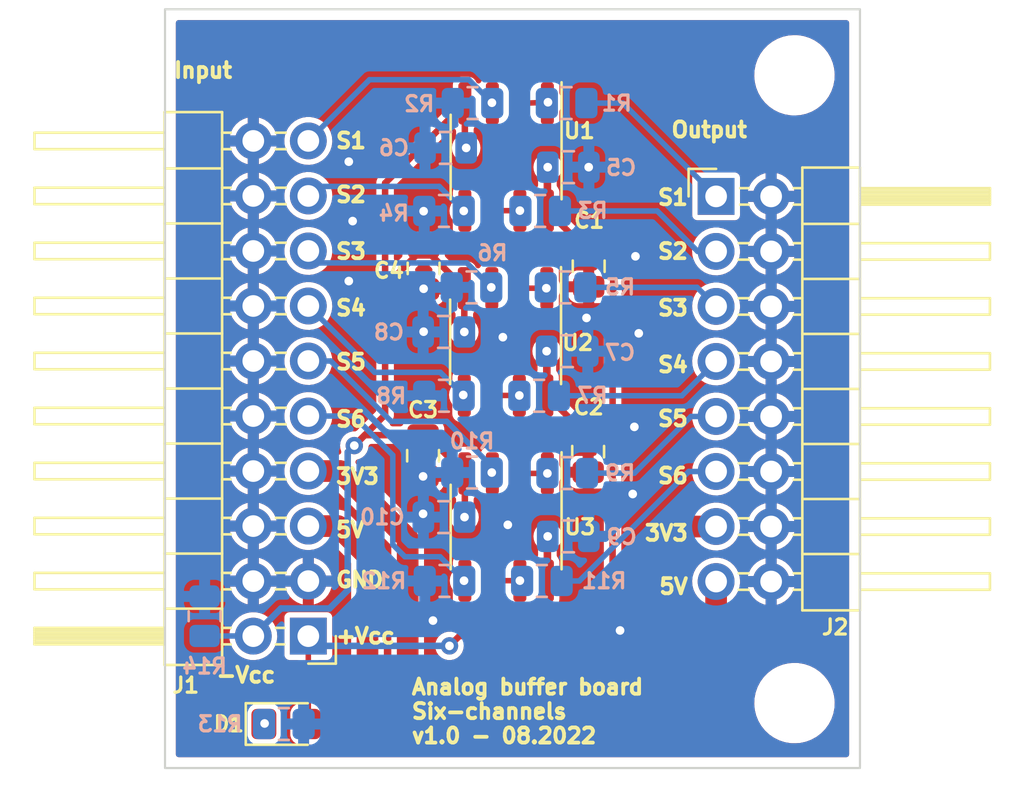
<source format=kicad_pcb>
(kicad_pcb (version 20211014) (generator pcbnew)
  (layers (0 "F.Cu" signal) (31 "B.Cu" signal) (34 "B.Paste" user) (35 "F.Paste" user) (36 "B.SilkS" user "B.Silkscreen") (37 "F.SilkS" user "F.Silkscreen") (38 "B.Mask" user) (39 "F.Mask" user) (44 "Edge.Cuts" user))
  (net 0 "")
  (net 1 "+VCC")
  (net 2 "GND")
  (net 3 "-VCC")
  (net 4 "Net-(D1-Pad1)")
  (net 5 "/S1o")
  (net 6 "/S2o")
  (net 7 "/S3o")
  (net 8 "/S4o")
  (net 9 "/S5o")
  (net 10 "/S6o")
  (net 11 "+3V3")
  (net 12 "+5V")
  (net 13 "/S6i")
  (net 14 "/S5i")
  (net 15 "/S4i")
  (net 16 "/S3i")
  (net 17 "/S2i")
  (net 18 "/S1i")
  (net 19 "Net-(R1-Pad1)")
  (net 20 "Net-(R3-Pad1)")
  (net 21 "Net-(R5-Pad1)")
  (net 22 "Net-(R7-Pad1)")
  (net 23 "Net-(R9-Pad1)")
  (net 24 "Net-(R11-Pad1)")
  (footprint "Package_SO:SOIC-8_3.9x4.9mm_P1.27mm" (layer "F.Cu") (at 68.1717 48.0934 -90)
    (fp_text reference "U2" (at 0.0396 -3.3293) (layer "F.SilkS") (effects (font (size 0.7 0.7))))
    (fp_text value "Opamp_Dual")
    (pad "1" smd roundrect (at -2.475 -1.905 270) (size 1.95 0.6) (layers "F.Cu" "F.Paste" "F.Mask") (net 21 "Net-(R5-Pad1)"))
    (pad "2" smd roundrect (at -2.475 -0.635 270) (size 1.95 0.6) (layers "F.Cu" "F.Paste" "F.Mask") (net 21 "Net-(R5-Pad1)"))
    (pad "3" smd roundrect (at -2.475 0.635 270) (size 1.95 0.6) (layers "F.Cu" "F.Paste" "F.Mask") (net 16 "/S3i"))
    (pad "4" smd roundrect (at -2.475 1.905 270) (size 1.95 0.6) (layers "F.Cu" "F.Paste" "F.Mask") (net 3 "-VCC"))
    (pad "5" smd roundrect (at 2.475 1.905 270) (size 1.95 0.6) (layers "F.Cu" "F.Paste" "F.Mask") (net 15 "/S4i"))
    (pad "6" smd roundrect (at 2.475 0.635 270) (size 1.95 0.6) (layers "F.Cu" "F.Paste" "F.Mask") (net 22 "Net-(R7-Pad1)"))
    (pad "7" smd roundrect (at 2.475 -0.635 270) (size 1.95 0.6) (layers "F.Cu" "F.Paste" "F.Mask") (net 22 "Net-(R7-Pad1)"))
    (pad "8" smd roundrect (at 2.475 -1.905 270) (size 1.95 0.6) (layers "F.Cu" "F.Paste" "F.Mask") (net 1 "+VCC"))
  )
  (footprint "MountingHole:MountingHole_3.2mm_M3" (layer "F.Cu") (at 81.5086 35.7886)
    (fp_text reference "REF**" hide)
    (fp_text value "MountingHole_3.2mm_M3")
    (pad "" np_thru_hole circle locked (at 0 0) (size 3.2 3.2) (drill 3.2) (layers *.Cu *.Mask))
  )
  (footprint "Capacitor_SMD:C_0805_2012Metric" (layer "F.Cu") (at 72.009 44.6024 -90)
    (fp_text reference "C1" (at -2.1082 -0.0254 180) (layer "F.SilkS") (effects (font (size 0.7 0.7))))
    (fp_text value "10uF")
    (pad "1" smd roundrect (at -0.95 0 270) (size 1 1.45) (layers "F.Cu" "F.Paste" "F.Mask") (net 1 "+VCC"))
    (pad "2" smd roundrect (at 0.95 0 270) (size 1 1.45) (layers "F.Cu" "F.Paste" "F.Mask") (net 2 "GND"))
  )
  (footprint "Connector_PinHeader_2.54mm:PinHeader_2x10_P2.54mm_Horizontal" (layer "F.Cu") (at 59.0662 61.6789 180)
    (fp_text reference "J1" (at 5.655 -2.27) (layer "F.SilkS") (effects (font (size 0.7 0.7))))
    (fp_text value "Conn_02x10_Odd_Even")
    (pad "1" thru_hole rect (at 0 0 180) (size 1.7 1.7) (drill 1) (layers *.Cu *.Mask) (net 1 "+VCC"))
    (pad "2" thru_hole oval (at 2.54 0 180) (size 1.7 1.7) (drill 1) (layers *.Cu *.Mask) (net 3 "-VCC"))
    (pad "3" thru_hole oval (at 0 2.54 180) (size 1.7 1.7) (drill 1) (layers *.Cu *.Mask) (net 2 "GND"))
    (pad "4" thru_hole oval (at 2.54 2.54 180) (size 1.7 1.7) (drill 1) (layers *.Cu *.Mask) (net 2 "GND"))
    (pad "5" thru_hole oval (at 0 5.08 180) (size 1.7 1.7) (drill 1) (layers *.Cu *.Mask) (net 12 "+5V"))
    (pad "6" thru_hole oval (at 2.54 5.08 180) (size 1.7 1.7) (drill 1) (layers *.Cu *.Mask) (net 2 "GND"))
    (pad "7" thru_hole oval (at 0 7.62 180) (size 1.7 1.7) (drill 1) (layers *.Cu *.Mask) (net 11 "+3V3"))
    (pad "8" thru_hole oval (at 2.54 7.62 180) (size 1.7 1.7) (drill 1) (layers *.Cu *.Mask) (net 2 "GND"))
    (pad "9" thru_hole oval (at 0 10.16 180) (size 1.7 1.7) (drill 1) (layers *.Cu *.Mask) (net 13 "/S6i"))
    (pad "10" thru_hole oval (at 2.54 10.16 180) (size 1.7 1.7) (drill 1) (layers *.Cu *.Mask) (net 2 "GND"))
    (pad "11" thru_hole oval (at 0 12.7 180) (size 1.7 1.7) (drill 1) (layers *.Cu *.Mask) (net 14 "/S5i"))
    (pad "12" thru_hole oval (at 2.54 12.7 180) (size 1.7 1.7) (drill 1) (layers *.Cu *.Mask) (net 2 "GND"))
    (pad "13" thru_hole oval (at 0 15.24 180) (size 1.7 1.7) (drill 1) (layers *.Cu *.Mask) (net 15 "/S4i"))
    (pad "14" thru_hole oval (at 2.54 15.24 180) (size 1.7 1.7) (drill 1) (layers *.Cu *.Mask) (net 2 "GND"))
    (pad "15" thru_hole oval (at 0 17.78 180) (size 1.7 1.7) (drill 1) (layers *.Cu *.Mask) (net 16 "/S3i"))
    (pad "16" thru_hole oval (at 2.54 17.78 180) (size 1.7 1.7) (drill 1) (layers *.Cu *.Mask) (net 2 "GND"))
    (pad "17" thru_hole oval (at 0 20.32 180) (size 1.7 1.7) (drill 1) (layers *.Cu *.Mask) (net 17 "/S2i"))
    (pad "18" thru_hole oval (at 2.54 20.32 180) (size 1.7 1.7) (drill 1) (layers *.Cu *.Mask) (net 2 "GND"))
    (pad "19" thru_hole oval (at 0 22.86 180) (size 1.7 1.7) (drill 1) (layers *.Cu *.Mask) (net 18 "/S1i"))
    (pad "20" thru_hole oval (at 2.54 22.86 180) (size 1.7 1.7) (drill 1) (layers *.Cu *.Mask) (net 2 "GND"))
  )
  (footprint "Capacitor_SMD:C_0805_2012Metric" (layer "F.Cu") (at 71.9836 53.1622 -90)
    (fp_text reference "C2" (at -2.0574 -0.0254 180) (layer "F.SilkS") (effects (font (size 0.7 0.7))))
    (fp_text value "10uF")
    (pad "1" smd roundrect (at -0.95 0 270) (size 1 1.45) (layers "F.Cu" "F.Paste" "F.Mask") (net 1 "+VCC"))
    (pad "2" smd roundrect (at 0.95 0 270) (size 1 1.45) (layers "F.Cu" "F.Paste" "F.Mask") (net 2 "GND"))
  )
  (footprint "Capacitor_SMD:C_0805_2012Metric" (layer "F.Cu") (at 64.3636 53.3502 90)
    (fp_text reference "C3" (at 2.1184 0 180) (layer "F.SilkS") (effects (font (size 0.7 0.7))))
    (fp_text value "10uF")
    (pad "1" smd roundrect (at -0.95 0 90) (size 1 1.45) (layers "F.Cu" "F.Paste" "F.Mask") (net 2 "GND"))
    (pad "2" smd roundrect (at 0.95 0 90) (size 1 1.45) (layers "F.Cu" "F.Paste" "F.Mask") (net 3 "-VCC"))
  )
  (footprint "Package_SO:SOIC-8_3.9x4.9mm_P1.27mm" (layer "F.Cu") (at 68.1971 39.562 -90)
    (fp_text reference "U1" (at -1.208 -3.3801) (layer "F.SilkS") (effects (font (size 0.7 0.7))))
    (fp_text value "Opamp_Dual")
    (pad "1" smd roundrect (at -2.475 -1.905 270) (size 1.95 0.6) (layers "F.Cu" "F.Paste" "F.Mask") (net 19 "Net-(R1-Pad1)"))
    (pad "2" smd roundrect (at -2.475 -0.635 270) (size 1.95 0.6) (layers "F.Cu" "F.Paste" "F.Mask") (net 19 "Net-(R1-Pad1)"))
    (pad "3" smd roundrect (at -2.475 0.635 270) (size 1.95 0.6) (layers "F.Cu" "F.Paste" "F.Mask") (net 18 "/S1i"))
    (pad "4" smd roundrect (at -2.475 1.905 270) (size 1.95 0.6) (layers "F.Cu" "F.Paste" "F.Mask") (net 3 "-VCC"))
    (pad "5" smd roundrect (at 2.475 1.905 270) (size 1.95 0.6) (layers "F.Cu" "F.Paste" "F.Mask") (net 17 "/S2i"))
    (pad "6" smd roundrect (at 2.475 0.635 270) (size 1.95 0.6) (layers "F.Cu" "F.Paste" "F.Mask") (net 20 "Net-(R3-Pad1)"))
    (pad "7" smd roundrect (at 2.475 -0.635 270) (size 1.95 0.6) (layers "F.Cu" "F.Paste" "F.Mask") (net 20 "Net-(R3-Pad1)"))
    (pad "8" smd roundrect (at 2.475 -1.905 270) (size 1.95 0.6) (layers "F.Cu" "F.Paste" "F.Mask") (net 1 "+VCC"))
  )
  (footprint "Package_SO:SOIC-8_3.9x4.9mm_P1.27mm" (layer "F.Cu") (at 68.1971 56.642 -90)
    (fp_text reference "U3" (at 0 -3.4055 180) (layer "F.SilkS") (effects (font (size 0.7 0.7))))
    (fp_text value "Opamp_Dual")
    (pad "1" smd roundrect (at -2.475 -1.905 270) (size 1.95 0.6) (layers "F.Cu" "F.Paste" "F.Mask") (net 23 "Net-(R9-Pad1)"))
    (pad "2" smd roundrect (at -2.475 -0.635 270) (size 1.95 0.6) (layers "F.Cu" "F.Paste" "F.Mask") (net 23 "Net-(R9-Pad1)"))
    (pad "3" smd roundrect (at -2.475 0.635 270) (size 1.95 0.6) (layers "F.Cu" "F.Paste" "F.Mask") (net 14 "/S5i"))
    (pad "4" smd roundrect (at -2.475 1.905 270) (size 1.95 0.6) (layers "F.Cu" "F.Paste" "F.Mask") (net 3 "-VCC"))
    (pad "5" smd roundrect (at 2.475 1.905 270) (size 1.95 0.6) (layers "F.Cu" "F.Paste" "F.Mask") (net 13 "/S6i"))
    (pad "6" smd roundrect (at 2.475 0.635 270) (size 1.95 0.6) (layers "F.Cu" "F.Paste" "F.Mask") (net 24 "Net-(R11-Pad1)"))
    (pad "7" smd roundrect (at 2.475 -0.635 270) (size 1.95 0.6) (layers "F.Cu" "F.Paste" "F.Mask") (net 24 "Net-(R11-Pad1)"))
    (pad "8" smd roundrect (at 2.475 -1.905 270) (size 1.95 0.6) (layers "F.Cu" "F.Paste" "F.Mask") (net 1 "+VCC"))
  )
  (footprint "MountingHole:MountingHole_3.2mm_M3" (layer "F.Cu") (at 81.5086 64.77)
    (fp_text reference "REF**" hide)
    (fp_text value "MountingHole_3.2mm_M3")
    (pad "" np_thru_hole circle locked (at 0 0) (size 3.2 3.2) (drill 3.2) (layers *.Cu *.Mask))
  )
  (footprint "LED_SMD:LED_0805_2012Metric_Pad1.15x1.40mm_HandSolder" (layer "F.Cu") (at 58.039 65.7352)
    (fp_text reference "D1" (at -2.6416 0) (layer "F.SilkS") (effects (font (size 0.7 0.7))))
    (fp_text value "LED")
    (pad "1" smd roundrect (at -1.025 0) (size 1.15 1.4) (layers "F.Cu" "F.Paste" "F.Mask") (roundrect_rratio 0.2173913043) (net 4 "Net-(D1-Pad1)"))
    (pad "2" smd roundrect (at 1.025 0) (size 1.15 1.4) (layers "F.Cu" "F.Paste" "F.Mask") (roundrect_rratio 0.2173913043) (net 1 "+VCC"))
  )
  (footprint "Connector_PinHeader_2.54mm:PinHeader_2x08_P2.54mm_Horizontal" (layer "F.Cu") (at 77.8906 41.3789)
    (fp_text reference "J2" (at 5.4976 19.8859) (layer "F.SilkS") (effects (font (size 0.7 0.7))))
    (fp_text value "Conn_02x08_Odd_Even")
    (pad "1" thru_hole rect (at 0 0) (size 1.7 1.7) (drill 1) (layers *.Cu *.Mask) (net 5 "/S1o"))
    (pad "2" thru_hole oval (at 2.54 0) (size 1.7 1.7) (drill 1) (layers *.Cu *.Mask) (net 2 "GND"))
    (pad "3" thru_hole oval (at 0 2.54) (size 1.7 1.7) (drill 1) (layers *.Cu *.Mask) (net 6 "/S2o"))
    (pad "4" thru_hole oval (at 2.54 2.54) (size 1.7 1.7) (drill 1) (layers *.Cu *.Mask) (net 2 "GND"))
    (pad "5" thru_hole oval (at 0 5.08) (size 1.7 1.7) (drill 1) (layers *.Cu *.Mask) (net 7 "/S3o"))
    (pad "6" thru_hole oval (at 2.54 5.08) (size 1.7 1.7) (drill 1) (layers *.Cu *.Mask) (net 2 "GND"))
    (pad "7" thru_hole oval (at 0 7.62) (size 1.7 1.7) (drill 1) (layers *.Cu *.Mask) (net 8 "/S4o"))
    (pad "8" thru_hole oval (at 2.54 7.62) (size 1.7 1.7) (drill 1) (layers *.Cu *.Mask) (net 2 "GND"))
    (pad "9" thru_hole oval (at 0 10.16) (size 1.7 1.7) (drill 1) (layers *.Cu *.Mask) (net 9 "/S5o"))
    (pad "10" thru_hole oval (at 2.54 10.16) (size 1.7 1.7) (drill 1) (layers *.Cu *.Mask) (net 2 "GND"))
    (pad "11" thru_hole oval (at 0 12.7) (size 1.7 1.7) (drill 1) (layers *.Cu *.Mask) (net 10 "/S6o"))
    (pad "12" thru_hole oval (at 2.54 12.7) (size 1.7 1.7) (drill 1) (layers *.Cu *.Mask) (net 2 "GND"))
    (pad "13" thru_hole oval (at 0 15.24) (size 1.7 1.7) (drill 1) (layers *.Cu *.Mask) (net 11 "+3V3"))
    (pad "14" thru_hole oval (at 2.54 15.24) (size 1.7 1.7) (drill 1) (layers *.Cu *.Mask) (net 2 "GND"))
    (pad "15" thru_hole oval (at 0 17.78) (size 1.7 1.7) (drill 1) (layers *.Cu *.Mask) (net 12 "+5V"))
    (pad "16" thru_hole oval (at 2.54 17.78) (size 1.7 1.7) (drill 1) (layers *.Cu *.Mask) (net 2 "GND"))
  )
  (footprint "Capacitor_SMD:C_0805_2012Metric" (layer "F.Cu") (at 64.389 44.704 90)
    (fp_text reference "C4" (at -0.1016 -1.6002 180) (layer "F.SilkS") (effects (font (size 0.7 0.7))))
    (fp_text value "10uF")
    (pad "1" smd roundrect (at -0.95 0 90) (size 1 1.45) (layers "F.Cu" "F.Paste" "F.Mask") (net 2 "GND"))
    (pad "2" smd roundrect (at 0.95 0 90) (size 1 1.45) (layers "F.Cu" "F.Paste" "F.Mask") (net 3 "-VCC"))
  )
  (footprint "Capacitor_SMD:C_0805_2012Metric" (layer "B.Cu") (at 71.0673 57.0738)
    (fp_text reference "C9" (at 2.4657 0.0254) (layer "B.SilkS") (effects (font (size 0.7 0.7)) (justify mirror)))
    (fp_text value "100nF")
    (pad "1" smd roundrect (at -0.95 0) (size 1 1.45) (layers "B.Cu" "B.Paste" "B.Mask") (net 1 "+VCC"))
    (pad "2" smd roundrect (at 0.95 0) (size 1 1.45) (layers "B.Cu" "B.Paste" "B.Mask") (net 2 "GND"))
  )
  (footprint "Resistor_SMD:R_0805_2012Metric" (layer "B.Cu") (at 71.0165 54.1528)
    (fp_text reference "R9" (at 2.4403 0) (layer "B.SilkS") (effects (font (size 0.7 0.7)) (justify mirror)))
    (fp_text value "0R")
    (pad "1" smd roundrect (at -0.9125 0) (size 1.025 1.4) (layers "B.Cu" "B.Paste" "B.Mask") (roundrect_rratio 0.243902439) (net 23 "Net-(R9-Pad1)"))
    (pad "2" smd roundrect (at 0.9125 0) (size 1.025 1.4) (layers "B.Cu" "B.Paste" "B.Mask") (roundrect_rratio 0.243902439) (net 9 "/S5o"))
  )
  (footprint "Resistor_SMD:R_0805_2012Metric" (layer "B.Cu") (at 70.9892 37.0728)
    (fp_text reference "R1" (at 2.3152 0.0112) (layer "B.SilkS") (effects (font (size 0.7 0.7)) (justify mirror)))
    (fp_text value "0R")
    (pad "1" smd roundrect (at -0.9125 0) (size 1.025 1.4) (layers "B.Cu" "B.Paste" "B.Mask") (roundrect_rratio 0.243902439) (net 19 "Net-(R1-Pad1)"))
    (pad "2" smd roundrect (at 0.9125 0) (size 1.025 1.4) (layers "B.Cu" "B.Paste" "B.Mask") (roundrect_rratio 0.243902439) (net 5 "/S1o"))
  )
  (footprint "Resistor_SMD:R_0805_2012Metric" (layer "B.Cu") (at 70.9403 45.5788)
    (fp_text reference "R5" (at 2.5165 -0.0112) (layer "B.SilkS") (effects (font (size 0.7 0.7)) (justify mirror)))
    (fp_text value "0R")
    (pad "1" smd roundrect (at -0.9125 0) (size 1.025 1.4) (layers "B.Cu" "B.Paste" "B.Mask") (roundrect_rratio 0.243902439) (net 21 "Net-(R5-Pad1)"))
    (pad "2" smd roundrect (at 0.9125 0) (size 1.025 1.4) (layers "B.Cu" "B.Paste" "B.Mask") (roundrect_rratio 0.243902439) (net 7 "/S3o"))
  )
  (footprint "Resistor_SMD:R_0805_2012Metric" (layer "B.Cu") (at 65.3288 42.0512)
    (fp_text reference "R4" (at -2.3114 0.1128) (layer "B.SilkS") (effects (font (size 0.7 0.7)) (justify mirror)))
    (fp_text value "TBD")
    (pad "1" smd roundrect (at -0.9125 0) (size 1.025 1.4) (layers "B.Cu" "B.Paste" "B.Mask") (roundrect_rratio 0.243902439) (net 2 "GND"))
    (pad "2" smd roundrect (at 0.9125 0) (size 1.025 1.4) (layers "B.Cu" "B.Paste" "B.Mask") (roundrect_rratio 0.243902439) (net 17 "/S2i"))
  )
  (footprint "Capacitor_SMD:C_0805_2012Metric" (layer "B.Cu") (at 71.0165 48.5252)
    (fp_text reference "C7" (at 2.4403 0.065) (layer "B.SilkS") (effects (font (size 0.7 0.7)) (justify mirror)))
    (fp_text value "100nF")
    (pad "1" smd roundrect (at -0.95 0) (size 1 1.45) (layers "B.Cu" "B.Paste" "B.Mask") (net 1 "+VCC"))
    (pad "2" smd roundrect (at 0.95 0) (size 1 1.45) (layers "B.Cu" "B.Paste" "B.Mask") (net 2 "GND"))
  )
  (footprint "Resistor_SMD:R_0805_2012Metric" (layer "B.Cu") (at 65.3269 50.5826)
    (fp_text reference "R8" (at -2.4365 0.0142) (layer "B.SilkS") (effects (font (size 0.7 0.7)) (justify mirror)))
    (fp_text value "TBD")
    (pad "1" smd roundrect (at -0.9125 0) (size 1.025 1.4) (layers "B.Cu" "B.Paste" "B.Mask") (roundrect_rratio 0.243902439) (net 2 "GND"))
    (pad "2" smd roundrect (at 0.9125 0) (size 1.025 1.4) (layers "B.Cu" "B.Paste" "B.Mask") (roundrect_rratio 0.243902439) (net 15 "/S4i"))
  )
  (footprint "Capacitor_SMD:C_0805_2012Metric" (layer "B.Cu") (at 65.4031 39.1414 180)
    (fp_text reference "C6" (at 2.3857 0) (layer "B.SilkS") (effects (font (size 0.7 0.7)) (justify mirror)))
    (fp_text value "100nF")
    (pad "1" smd roundrect (at -0.95 0 180) (size 1 1.45) (layers "B.Cu" "B.Paste" "B.Mask") (net 3 "-VCC"))
    (pad "2" smd roundrect (at 0.95 0 180) (size 1 1.45) (layers "B.Cu" "B.Paste" "B.Mask") (net 2 "GND"))
  )
  (footprint "Resistor_SMD:R_0805_2012Metric" (layer "B.Cu") (at 66.6223 54.1274)
    (fp_text reference "R10" (at 0.0019 -1.4478) (layer "B.SilkS") (effects (font (size 0.7 0.7)) (justify mirror)))
    (fp_text value "TBD")
    (pad "1" smd roundrect (at -0.9125 0) (size 1.025 1.4) (layers "B.Cu" "B.Paste" "B.Mask") (roundrect_rratio 0.243902439) (net 2 "GND"))
    (pad "2" smd roundrect (at 0.9125 0) (size 1.025 1.4) (layers "B.Cu" "B.Paste" "B.Mask") (roundrect_rratio 0.243902439) (net 14 "/S5i"))
  )
  (footprint "Resistor_SMD:R_0805_2012Metric" (layer "B.Cu") (at 69.77 42.0512)
    (fp_text reference "R3" (at 2.4168 -0.0142) (layer "B.SilkS") (effects (font (size 0.7 0.7)) (justify mirror)))
    (fp_text value "0R")
    (pad "1" smd roundrect (at -0.9125 0) (size 1.025 1.4) (layers "B.Cu" "B.Paste" "B.Mask") (roundrect_rratio 0.243902439) (net 20 "Net-(R3-Pad1)"))
    (pad "2" smd roundrect (at 0.9125 0) (size 1.025 1.4) (layers "B.Cu" "B.Paste" "B.Mask") (roundrect_rratio 0.243902439) (net 6 "/S2o"))
  )
  (footprint "Capacitor_SMD:C_0805_2012Metric" (layer "B.Cu") (at 65.3269 56.1848 180)
    (fp_text reference "C10" (at 2.8429 0) (layer "B.SilkS") (effects (font (size 0.7 0.7)) (justify mirror)))
    (fp_text value "100nF")
    (pad "1" smd roundrect (at -0.95 0 180) (size 1 1.45) (layers "B.Cu" "B.Paste" "B.Mask") (net 3 "-VCC"))
    (pad "2" smd roundrect (at 0.95 0 180) (size 1 1.45) (layers "B.Cu" "B.Paste" "B.Mask") (net 2 "GND"))
  )
  (footprint "Resistor_SMD:R_0805_2012Metric" (layer "B.Cu") (at 69.8481 59.1312)
    (fp_text reference "R11" (at 2.8721 0) (layer "B.SilkS") (effects (font (size 0.7 0.7)) (justify mirror)))
    (fp_text value "0R")
    (pad "1" smd roundrect (at -0.9125 0) (size 1.025 1.4) (layers "B.Cu" "B.Paste" "B.Mask") (roundrect_rratio 0.243902439) (net 24 "Net-(R11-Pad1)"))
    (pad "2" smd roundrect (at 0.9125 0) (size 1.025 1.4) (layers "B.Cu" "B.Paste" "B.Mask") (roundrect_rratio 0.243902439) (net 10 "/S6o"))
  )
  (footprint "Resistor_SMD:R_0805_2012Metric" (layer "B.Cu") (at 66.5988 45.5788)
    (fp_text reference "R6" (at 0.9652 -1.586) (layer "B.SilkS") (effects (font (size 0.7 0.7)) (justify mirror)))
    (fp_text value "TBD")
    (pad "1" smd roundrect (at -0.9125 0) (size 1.025 1.4) (layers "B.Cu" "B.Paste" "B.Mask") (roundrect_rratio 0.243902439) (net 2 "GND"))
    (pad "2" smd roundrect (at 0.9125 0) (size 1.025 1.4) (layers "B.Cu" "B.Paste" "B.Mask") (roundrect_rratio 0.243902439) (net 16 "/S3i"))
  )
  (footprint "Resistor_SMD:R_0805_2012Metric" (layer "B.Cu") (at 57.9374 65.7352)
    (fp_text reference "R13" (at -2.9464 0) (layer "B.SilkS") (effects (font (size 0.7 0.7)) (justify mirror)))
    (fp_text value "TBD")
    (pad "1" smd roundrect (at -0.9125 0) (size 1.025 1.4) (layers "B.Cu" "B.Paste" "B.Mask") (roundrect_rratio 0.243902439) (net 4 "Net-(D1-Pad1)"))
    (pad "2" smd roundrect (at 0.9125 0) (size 1.025 1.4) (layers "B.Cu" "B.Paste" "B.Mask") (roundrect_rratio 0.243902439) (net 2 "GND"))
  )
  (footprint "Capacitor_SMD:C_0805_2012Metric" (layer "B.Cu") (at 71.0673 40.0304)
    (fp_text reference "C5" (at 2.4403 0.0254) (layer "B.SilkS") (effects (font (size 0.7 0.7)) (justify mirror)))
    (fp_text value "100nF")
    (pad "1" smd roundrect (at -0.95 0) (size 1 1.45) (layers "B.Cu" "B.Paste" "B.Mask") (net 1 "+VCC"))
    (pad "2" smd roundrect (at 0.95 0) (size 1 1.45) (layers "B.Cu" "B.Paste" "B.Mask") (net 2 "GND"))
  )
  (footprint "Resistor_SMD:R_0805_2012Metric" (layer "B.Cu") (at 65.3523 59.1312)
    (fp_text reference "R12" (at -2.7921 0) (layer "B.SilkS") (effects (font (size 0.7 0.7)) (justify mirror)))
    (fp_text value "TBD")
    (pad "1" smd roundrect (at -0.9125 0) (size 1.025 1.4) (layers "B.Cu" "B.Paste" "B.Mask") (roundrect_rratio 0.243902439) (net 2 "GND"))
    (pad "2" smd roundrect (at 0.9125 0) (size 1.025 1.4) (layers "B.Cu" "B.Paste" "B.Mask") (roundrect_rratio 0.243902439) (net 13 "/S6i"))
  )
  (footprint "Resistor_SMD:R_0805_2012Metric" (layer "B.Cu") (at 69.7211 50.5826)
    (fp_text reference "R7" (at 2.4657 -0.0112) (layer "B.SilkS") (effects (font (size 0.7 0.7)) (justify mirror)))
    (fp_text value "0R")
    (pad "1" smd roundrect (at -0.9125 0) (size 1.025 1.4) (layers "B.Cu" "B.Paste" "B.Mask") (roundrect_rratio 0.243902439) (net 22 "Net-(R7-Pad1)"))
    (pad "2" smd roundrect (at 0.9125 0) (size 1.025 1.4) (layers "B.Cu" "B.Paste" "B.Mask") (roundrect_rratio 0.243902439) (net 8 "/S4o"))
  )
  (footprint "Capacitor_SMD:C_0805_2012Metric" (layer "B.Cu") (at 65.3167 47.6362 180)
    (fp_text reference "C8" (at 2.5279 -0.0142) (layer "B.SilkS") (effects (font (size 0.7 0.7)) (justify mirror)))
    (fp_text value "100nF")
    (pad "1" smd roundrect (at -0.95 0 180) (size 1 1.45) (layers "B.Cu" "B.Paste" "B.Mask") (net 3 "-VCC"))
    (pad "2" smd roundrect (at 0.95 0 180) (size 1 1.45) (layers "B.Cu" "B.Paste" "B.Mask") (net 2 "GND"))
  )
  (footprint "Resistor_SMD:R_0805_2012Metric" (layer "B.Cu") (at 54.2798 60.7587 90)
    (fp_text reference "R14" (at -2.3095 0 180) (layer "B.SilkS") (effects (font (size 0.7 0.7)) (justify mirror)))
    (fp_text value "DNP")
    (pad "1" smd roundrect (at -0.9125 0 90) (size 1.025 1.4) (layers "B.Cu" "B.Paste" "B.Mask") (roundrect_rratio 0.243902439) (net 3 "-VCC"))
    (pad "2" smd roundrect (at 0.9125 0 90) (size 1.025 1.4) (layers "B.Cu" "B.Paste" "B.Mask") (roundrect_rratio 0.243902439) (net 2 "GND"))
  )
  (footprint "Resistor_SMD:R_0805_2012Metric" (layer "B.Cu") (at 66.6458 37.0728)
    (fp_text reference "R2" (at -2.46 0.0366) (layer "B.SilkS") (effects (font (size 0.7 0.7)) (justify mirror)))
    (fp_text value "TBD")
    (pad "1" smd roundrect (at -0.9125 0) (size 1.025 1.4) (layers "B.Cu" "B.Paste" "B.Mask") (roundrect_rratio 0.243902439) (net 2 "GND"))
    (pad "2" smd roundrect (at 0.9125 0) (size 1.025 1.4) (layers "B.Cu" "B.Paste" "B.Mask") (roundrect_rratio 0.243902439) (net 18 "/S1i"))
  )
  (gr_rect (start 52.451 32.7406) (end 84.5312 67.7672) (layer "Edge.Cuts") (width 0.1) (fill none))
  (gr_text "S3" (at 75.8952 46.5328) (layer "F.SilkS") (effects (font (size 0.7 0.7) (thickness 0.175))))
  (gr_text "3V3" (at 75.5952 56.9214) (layer "F.SilkS") (effects (font (size 0.7 0.7) (thickness 0.175))))
  (gr_text "S5" (at 61.0362 49.022) (layer "F.SilkS") (effects (font (size 0.7 0.7) (thickness 0.175))))
  (gr_text "S5" (at 75.8952 51.6382) (layer "F.SilkS") (effects (font (size 0.7 0.7) (thickness 0.175))))
  (gr_text "S4" (at 61.0362 46.5328) (layer "F.SilkS") (effects (font (size 0.7 0.7) (thickness 0.175))))
  (gr_text "-Vcc" (at 56.1848 63.4746) (layer "F.SilkS") (effects (font (size 0.7 0.7) (thickness 0.175))))
  (gr_text "S2" (at 75.8952 43.9166) (layer "F.SilkS") (effects (font (size 0.7 0.7) (thickness 0.175))))
  (gr_text "Analog buffer board\nSix-channels\nv1.0 - 08.2022" (at 63.754 65.151) (layer "F.SilkS") (effects (font (size 0.7 0.7) (thickness 0.175)) (justify left)))
  (gr_text "3V3" (at 61.3362 54.3052) (layer "F.SilkS") (effects (font (size 0.7 0.7) (thickness 0.175))))
  (gr_text "5V" (at 61.002867 56.769) (layer "F.SilkS") (effects (font (size 0.7 0.7) (thickness 0.175))))
  (gr_text "S6" (at 75.8952 54.2798) (layer "F.SilkS") (effects (font (size 0.7 0.7) (thickness 0.175))))
  (gr_text "S2" (at 61.0362 41.3004) (layer "F.SilkS") (effects (font (size 0.7 0.7) (thickness 0.175))))
  (gr_text "Output" (at 77.5716 38.3032) (layer "F.SilkS") (effects (font (size 0.7 0.7) (thickness 0.175))))
  (gr_text "GND" (at 61.4362 59.0804) (layer "F.SilkS") (effects (font (size 0.7 0.7) (thickness 0.175))))
  (gr_text "S1" (at 75.8952 41.4274) (layer "F.SilkS") (effects (font (size 0.7 0.7) (thickness 0.175))))
  (gr_text "S4" (at 75.8952 49.149) (layer "F.SilkS") (effects (font (size 0.7 0.7) (thickness 0.175))))
  (gr_text "+Vcc" (at 61.702867 61.6712) (layer "F.SilkS") (effects (font (size 0.7 0.7) (thickness 0.175))))
  (gr_text "S6" (at 61.0362 51.6636) (layer "F.SilkS") (effects (font (size 0.7 0.7) (thickness 0.175))))
  (gr_text "S1" (at 61.0362 38.8112) (layer "F.SilkS") (effects (font (size 0.7 0.7) (thickness 0.175))))
  (gr_text "5V" (at 75.928533 59.3852) (layer "F.SilkS") (effects (font (size 0.7 0.7) (thickness 0.175))))
  (gr_text "Input" (at 54.2036 35.56) (layer "F.SilkS") (effects (font (size 0.7 0.7) (thickness 0.175))))
  (gr_text "S3" (at 61.0362 43.9166) (layer "F.SilkS") (effects (font (size 0.7 0.7) (thickness 0.175))))
  (segment (start 71.7175 43.6524) (end 70.1021 42.037) (width 0.3) (layer "F.Cu") (net 1))
  (segment (start 73.1126 53.4784) (end 73.1126 53.3412) (width 0.3) (layer "F.Cu") (net 1))
  (segment (start 65.5828 62.1284) (end 66.04 61.6712) (width 0.3) (layer "F.Cu") (net 1))
  (segment (start 68.9102 61.6712) (end 70.4596 61.6712) (width 0.3) (layer "F.Cu") (net 1))
  (segment (start 70.1021 60.4793) (end 70.1021 59.117) (width 0.3) (layer "F.Cu") (net 1))
  (segment (start 70.0767 50.5684) (end 70.0767 48.5354) (width 0.35) (layer "F.Cu") (net 1))
  (segment (start 73.1126 53.3412) (end 71.9836 52.2122) (width 0.3) (layer "F.Cu") (net 1))
  (segment (start 66.04 61.6712) (end 68.9102 61.6712) (width 0.3) (layer "F.Cu") (net 1))
  (segment (start 59.0662 65.733) (end 59.0662 61.6789) (width 0.254) (layer "F.Cu") (net 1))
  (segment (start 72.009 43.6524) (end 71.7175 43.6524) (width 0.3) (layer "F.Cu") (net 1))
  (segment (start 73.1126 46.098696) (end 73.138 46.073296) (width 0.3) (layer "F.Cu") (net 1))
  (segment (start 70.1021 59.117) (end 70.1021 57.089) (width 0.35) (layer "F.Cu") (net 1))
  (segment (start 73.1126 53.4784) (end 73.1126 46.098696) (width 0.3) (layer "F.Cu") (net 1))
  (segment (start 70.1021 40.0456) (end 70.1173 40.0304) (width 0.35) (layer "F.Cu") (net 1))
  (segment (start 71.7205 52.2122) (end 70.0767 50.5684) (width 0.3) (layer "F.Cu") (net 1))
  (segment (start 59.064 65.7352) (end 59.0662 65.733) (width 0.254) (layer "F.Cu") (net 1))
  (segment (start 70.4596 61.6712) (end 73.1126 59.0182) (width 0.3) (layer "F.Cu") (net 1))
  (segment (start 70.1021 57.089) (end 70.1173 57.0738) (width 0.35) (layer "F.Cu") (net 1))
  (segment (start 73.138 46.073296) (end 73.138 44.7814) (width 0.3) (layer "F.Cu") (net 1))
  (segment (start 68.9102 61.6712) (end 70.1021 60.4793) (width 0.3) (layer "F.Cu") (net 1))
  (segment (start 71.9836 52.2122) (end 71.7205 52.2122) (width 0.3) (layer "F.Cu") (net 1))
  (segment (start 70.1021 42.037) (end 70.1021 40.0456) (width 0.35) (layer "F.Cu") (net 1))
  (segment (start 73.1126 59.0182) (end 73.1126 53.4784) (width 0.3) (layer "F.Cu") (net 1))
  (segment (start 73.138 44.7814) (end 72.009 43.6524) (width 0.3) (layer "F.Cu") (net 1))
  (segment (start 70.0767 48.5354) (end 70.0665 48.5252) (width 0.35) (layer "F.Cu") (net 1))
  (via (at 70.1173 57.0738) (size 0.8) (drill 0.4) (layers "F.Cu" "B.Cu") (net 1))
  (via (at 65.5828 62.1284) (size 0.8) (drill 0.4) (layers "F.Cu" "B.Cu") (net 1))
  (via (at 70.0665 48.5252) (size 0.8) (drill 0.4) (layers "F.Cu" "B.Cu") (net 1))
  (via (at 70.1173 40.0304) (size 0.8) (drill 0.4) (layers "F.Cu" "B.Cu") (net 1))
  (segment (start 59.5157 62.1284) (end 59.0662 61.6789) (width 0.3) (layer "B.Cu") (net 1))
  (segment (start 65.5828 62.1284) (end 59.5157 62.1284) (width 0.3) (layer "B.Cu") (net 1))
  (via (at 60.9346 39.7764) (size 0.8) (drill 0.4) (layers "F.Cu" "B.Cu") (net 2))
  (via (at 64.3636 56.0324) (size 0.8) (drill 0.4) (layers "F.Cu" "B.Cu") (net 2))
  (via (at 64.389 42.0624) (size 0.8) (drill 0.4) (layers "F.Cu" "B.Cu") (net 2))
  (via (at 64.389 47.625) (size 0.8) (drill 0.4) (layers "F.Cu" "B.Cu") (net 2))
  (via (at 72.009 40.0304) (size 0.8) (drill 0.4) (layers "F.Cu" "B.Cu") (net 2))
  (via (at 61.1124 42.5196) (size 0.8) (drill 0.4) (layers "F.Cu" "B.Cu") (net 2))
  (via (at 73.4568 61.4172) (size 0.8) (drill 0.4) (layers "F.Cu" "B.Cu") (net 2))
  (via (at 68.0466 47.879) (size 0.8) (drill 0.4) (layers "F.Cu" "B.Cu") (net 2))
  (via (at 68.2752 56.5404) (size 0.8) (drill 0.4) (layers "F.Cu" "B.Cu") (net 2))
  (via (at 64.3636 54.3052) (size 0.8) (drill 0.4) (layers "F.Cu" "B.Cu") (net 2))
  (via (at 71.9074 46.99) (size 0.8) (drill 0.4) (layers "F.Cu" "B.Cu") (net 2))
  (via (at 64.8208 60.96) (size 0.8) (drill 0.4) (layers "F.Cu" "B.Cu") (net 2))
  (via (at 64.389 45.6438) (size 0.8) (drill 0.4) (layers "F.Cu" "B.Cu") (net 2))
  (via (at 74.041 55.118) (size 0.8) (drill 0.4) (layers "F.Cu" "B.Cu") (net 2))
  (via (at 74.168 44.1452) (size 0.8) (drill 0.4) (layers "F.Cu" "B.Cu") (net 2))
  (via (at 74.1172 52.0192) (size 0.8) (drill 0.4) (layers "F.Cu" "B.Cu") (net 2))
  (via (at 60.9346 45.2882) (size 0.8) (drill 0.4) (layers "F.Cu" "B.Cu") (net 2))
  (via (at 74.3204 47.7012) (size 0.8) (drill 0.4) (layers "F.Cu" "B.Cu") (net 2))
  (segment (start 64.454 45.5788) (end 64.389 45.6438) (width 0.254) (layer "B.Cu") (net 2))
  (segment (start 65.6863 45.5788) (end 64.454 45.5788) (width 0.254) (layer "B.Cu") (net 2))
  (segment (start 61.1886 52.8828) (end 61.6712 52.4002) (width 0.3) (layer "F.Cu") (net 3))
  (segment (start 61.6712 52.4002) (end 64.3636 52.4002) (width 0.3) (layer "F.Cu") (net 3))
  (segment (start 61.1886 52.8828) (end 62.611 51.4604) (width 0.3) (layer "F.Cu") (net 3))
  (segment (start 66.2921 37.087) (end 66.2921 39.0804) (width 0.3) (layer "F.Cu") (net 3))
  (segment (start 62.611 45.532) (end 64.389 43.754) (width 0.3) (layer "F.Cu") (net 3))
  (segment (start 62.611 40.7681) (end 66.2921 37.087) (width 0.3) (layer "F.Cu") (net 3))
  (segment (start 66.2921 54.167) (end 66.2921 56.1696) (width 0.3) (layer "F.Cu") (net 3))
  (segment (start 66.2667 45.6184) (end 66.2667 47.6362) (width 0.3) (layer "F.Cu") (net 3))
  (segment (start 62.611 45.532) (end 62.611 40.7681) (width 0.3) (layer "F.Cu") (net 3))
  (segment (start 64.4023 43.754) (end 66.2667 45.6184) (width 0.3) (layer "F.Cu") (net 3))
  (segment (start 66.2921 56.1696) (end 66.2769 56.1848) (width 0.3) (layer "F.Cu") (net 3))
  (segment (start 66.2921 39.0804) (end 66.3531 39.1414) (width 0.3) (layer "F.Cu") (net 3))
  (segment (start 64.389 43.754) (end 64.4023 43.754) (width 0.3) (layer "F.Cu") (net 3))
  (segment (start 64.3636 52.4002) (end 64.5253 52.4002) (width 0.3) (layer "F.Cu") (net 3))
  (segment (start 64.5253 52.4002) (end 66.2921 54.167) (width 0.3) (layer "F.Cu") (net 3))
  (segment (start 62.611 51.4604) (end 62.611 45.532) (width 0.3) (layer "F.Cu") (net 3))
  (via (at 66.3531 39.1414) (size 0.8) (drill 0.4) (layers "F.Cu" "B.Cu") (net 3))
  (via (at 61.1886 52.8828) (size 0.8) (drill 0.4) (layers "F.Cu" "B.Cu") (net 3))
  (via (at 66.2769 56.1848) (size 0.8) (drill 0.4) (layers "F.Cu" "B.Cu") (net 3))
  (via (at 66.2667 47.6362) (size 0.8) (drill 0.4) (layers "F.Cu" "B.Cu") (net 3))
  (segment (start 61.1886 52.8828) (end 60.8838 53.1876) (width 0.3) (layer "B.Cu") (net 3))
  (segment (start 56.5185 61.6712) (end 56.5262 61.6789) (width 0.254) (layer "B.Cu") (net 3))
  (segment (start 60.0456 60.4012) (end 57.8039 60.4012) (width 0.3) (layer "B.Cu") (net 3))
  (segment (start 54.2798 61.6712) (end 56.5185 61.6712) (width 0.254) (layer "B.Cu") (net 3))
  (segment (start 57.8039 60.4012) (end 56.5262 61.6789) (width 0.3) (layer "B.Cu") (net 3))
  (segment (start 60.8838 53.1876) (end 60.8838 59.563) (width 0.3) (layer "B.Cu") (net 3))
  (segment (start 60.8838 59.563) (end 60.0456 60.4012) (width 0.3) (layer "B.Cu") (net 3))
  (via (at 57.0484 65.7098) (size 0.8) (drill 0.4) (layers "F.Cu" "B.Cu") (net 4))
  (segment (start 71.9017 37.0728) (end 73.5845 37.0728) (width 0.254) (layer "B.Cu") (net 5))
  (segment (start 73.5845 37.0728) (end 77.8906 41.3789) (width 0.254) (layer "B.Cu") (net 5))
  (segment (start 70.6825 42.0512) (end 75.1728 42.0512) (width 0.254) (layer "B.Cu") (net 6))
  (segment (start 77.0405 43.9189) (end 77.8906 43.9189) (width 0.254) (layer "B.Cu") (net 6))
  (segment (start 75.1728 42.0512) (end 77.0405 43.9189) (width 0.254) (layer "B.Cu") (net 6))
  (segment (start 77.0105 45.5788) (end 77.8906 46.4589) (width 0.254) (layer "B.Cu") (net 7))
  (segment (start 71.8528 45.5788) (end 77.0105 45.5788) (width 0.254) (layer "B.Cu") (net 7))
  (segment (start 76.3069 50.5826) (end 77.8906 48.9989) (width 0.254) (layer "B.Cu") (net 8))
  (segment (start 70.6336 50.5826) (end 76.3069 50.5826) (width 0.254) (layer "B.Cu") (net 8))
  (segment (start 74.1172 54.1528) (end 76.7311 51.5389) (width 0.254) (layer "B.Cu") (net 9))
  (segment (start 76.7311 51.5389) (end 77.8906 51.5389) (width 0.254) (layer "B.Cu") (net 9))
  (segment (start 71.929 54.1528) (end 74.1172 54.1528) (width 0.254) (layer "B.Cu") (net 9))
  (segment (start 71.577269 59.1312) (end 76.629569 54.0789) (width 0.254) (layer "B.Cu") (net 10))
  (segment (start 70.7606 59.1312) (end 71.577269 59.1312) (width 0.254) (layer "B.Cu") (net 10))
  (segment (start 76.629569 54.0789) (end 77.8906 54.0789) (width 0.254) (layer "B.Cu") (net 10))
  (segment (start 63.6524 63.1698) (end 64.6684 64.1858) (width 1) (layer "F.Cu") (net 11))
  (segment (start 64.6684 64.1858) (end 74.2188 64.1858) (width 1) (layer "F.Cu") (net 11))
  (segment (start 75.5396 62.865) (end 75.5396 57.785) (width 1) (layer "F.Cu") (net 11))
  (segment (start 76.7057 56.6189) (end 77.8906 56.6189) (width 1) (layer "F.Cu") (net 11))
  (segment (start 59.0662 54.0589) (end 60.5359 54.0589) (width 1) (layer "F.Cu") (net 11))
  (segment (start 75.5396 57.785) (end 76.7057 56.6189) (width 1) (layer "F.Cu") (net 11))
  (segment (start 60.5359 54.0589) (end 63.6524 57.1754) (width 1) (layer "F.Cu") (net 11))
  (segment (start 74.2188 64.1858) (end 75.5396 62.865) (width 1) (layer "F.Cu") (net 11))
  (segment (start 63.6524 57.1754) (end 63.6524 63.1698) (width 1) (layer "F.Cu") (net 11))
  (segment (start 60.4343 56.5989) (end 61.7982 57.9628) (width 1) (layer "F.Cu") (net 12))
  (segment (start 77.8906 64.1208) (end 77.8906 59.1589) (width 1) (layer "F.Cu") (net 12))
  (segment (start 61.7982 57.9628) (end 61.7982 64.7446) (width 1) (layer "F.Cu") (net 12))
  (segment (start 59.0662 56.5989) (end 60.4343 56.5989) (width 1) (layer "F.Cu") (net 12))
  (segment (start 63.0428 65.9892) (end 76.0222 65.9892) (width 1) (layer "F.Cu") (net 12))
  (segment (start 61.7982 64.7446) (end 63.0428 65.9892) (width 1) (layer "F.Cu") (net 12))
  (segment (start 76.0222 65.9892) (end 77.8906 64.1208) (width 1) (layer "F.Cu") (net 12))
  (via (at 66.254 59.1204) (size 0.8) (drill 0.4) (layers "F.Cu" "B.Cu") (net 13))
  (segment (start 66.254 59.1204) (end 66.2648 59.1312) (width 0.254) (layer "B.Cu") (net 13))
  (segment (start 63.5254 58.0136) (end 65.1472 58.0136) (width 0.254) (layer "B.Cu") (net 13))
  (segment (start 61.157801 51.5189) (end 62.9666 53.327699) (width 0.254) (layer "B.Cu") (net 13))
  (segment (start 62.9666 53.327699) (end 62.9666 57.4548) (width 0.254) (layer "B.Cu") (net 13))
  (segment (start 65.1472 58.0136) (end 66.254 59.1204) (width 0.254) (layer "B.Cu") (net 13))
  (segment (start 62.9666 57.4548) (end 63.5254 58.0136) (width 0.254) (layer "B.Cu") (net 13))
  (segment (start 59.0662 51.5189) (end 61.157801 51.5189) (width 0.254) (layer "B.Cu") (net 13))
  (via (at 67.5348 54.1274) (size 0.8) (drill 0.4) (layers "F.Cu" "B.Cu") (net 14))
  (segment (start 67.5348 53.8442) (end 67.5348 54.1274) (width 0.254) (layer "B.Cu") (net 14))
  (segment (start 59.0662 48.9789) (end 60.1041 48.9789) (width 0.254) (layer "B.Cu") (net 14))
  (segment (start 65.4558 51.7652) (end 67.5348 53.8442) (width 0.254) (layer "B.Cu") (net 14))
  (segment (start 62.8904 51.7652) (end 65.4558 51.7652) (width 0.254) (layer "B.Cu") (net 14))
  (segment (start 60.1041 48.9789) (end 62.8904 51.7652) (width 0.254) (layer "B.Cu") (net 14))
  (via (at 66.2178 50.546) (size 0.8) (drill 0.4) (layers "F.Cu" "B.Cu") (net 15))
  (segment (start 66.2178 50.546) (end 66.2394 50.5826) (width 0.254) (layer "B.Cu") (net 15))
  (segment (start 62.1289 49.5016) (end 65.1584 49.5016) (width 0.254) (layer "B.Cu") (net 15))
  (segment (start 59.0662 46.4389) (end 62.1289 49.5016) (width 0.254) (layer "B.Cu") (net 15))
  (segment (start 65.1584 49.5016) (end 66.2178 50.546) (width 0.254) (layer "B.Cu") (net 15))
  (via (at 67.5113 45.5788) (size 0.8) (drill 0.4) (layers "F.Cu" "B.Cu") (net 16))
  (segment (start 59.0662 43.8989) (end 59.6173 44.45) (width 0.254) (layer "B.Cu") (net 16))
  (segment (start 66.3825 44.45) (end 67.5113 45.5788) (width 0.254) (layer "B.Cu") (net 16))
  (segment (start 59.6173 44.45) (end 66.3825 44.45) (width 0.254) (layer "B.Cu") (net 16))
  (via (at 66.2413 42.0512) (size 0.8) (drill 0.4) (layers "F.Cu" "B.Cu") (net 17))
  (segment (start 59.5057 40.9194) (end 65.1095 40.9194) (width 0.254) (layer "B.Cu") (net 17))
  (segment (start 59.0662 41.3589) (end 59.5057 40.9194) (width 0.254) (layer "B.Cu") (net 17))
  (segment (start 65.1095 40.9194) (end 66.2413 42.0512) (width 0.254) (layer "B.Cu") (net 17))
  (via (at 67.54135 37.05585) (size 0.8) (drill 0.4) (layers "F.Cu" "B.Cu") (net 18))
  (segment (start 59.0662 38.8189) (end 61.8933 35.9918) (width 0.254) (layer "B.Cu") (net 18))
  (segment (start 66.4773 35.9918) (end 67.54135 37.05585) (width 0.254) (layer "B.Cu") (net 18))
  (segment (start 61.8933 35.9918) (end 66.4773 35.9918) (width 0.254) (layer "B.Cu") (net 18))
  (segment (start 67.54135 37.05585) (end 67.5583 37.0728) (width 0.254) (layer "B.Cu") (net 18))
  (segment (start 68.8321 37.087) (end 70.1294 37.0332) (width 0.254) (layer "F.Cu") (net 19))
  (segment (start 70.1294 37.0332) (end 70.1021 37.087) (width 0.254) (layer "F.Cu") (net 19))
  (via (at 70.1294 37.0332) (size 0.8) (drill 0.4) (layers "F.Cu" "B.Cu") (net 19))
  (segment (start 67.5621 42.037) (end 68.8321 42.037) (width 0.254) (layer "F.Cu") (net 20))
  (via (at 68.8321 42.037) (size 0.8) (drill 0.4) (layers "F.Cu" "B.Cu") (net 20))
  (segment (start 68.8067 45.6184) (end 70.0532 45.6184) (width 0.254) (layer "F.Cu") (net 21))
  (segment (start 70.0532 45.6184) (end 70.0767 45.6184) (width 0.254) (layer "F.Cu") (net 21))
  (via (at 70.0532 45.6184) (size 0.8) (drill 0.4) (layers "F.Cu" "B.Cu") (net 21))
  (segment (start 67.5367 50.5684) (end 68.8067 50.5684) (width 0.254) (layer "F.Cu") (net 22))
  (via (at 68.8067 50.5684) (size 0.8) (drill 0.4) (layers "F.Cu" "B.Cu") (net 22))
  (segment (start 68.8321 54.167) (end 70.1021 54.167) (width 0.254) (layer "F.Cu") (net 23))
  (via (at 70.1021 54.167) (size 0.8) (drill 0.4) (layers "F.Cu" "B.Cu") (net 23))
  (segment (start 67.5621 59.117) (end 68.8321 59.117) (width 0.254) (layer "F.Cu") (net 24))
  (via (at 68.8321 59.117) (size 0.8) (drill 0.4) (layers "F.Cu" "B.Cu") (net 24))
  (zone (net 2) (net_name "GND") (layers F&B.Cu) (connect_pads (clearance 0.254)) (min_thickness 0.254) (fill yes (thermal_gap 0.254) (thermal_bridge_width 0.508))
    (polygon (pts (xy 84.5312 67.7672) (xy 52.4256 67.7672) (xy 52.4256 32.7406) (xy 84.5312 32.7406)))
  )
)
</source>
